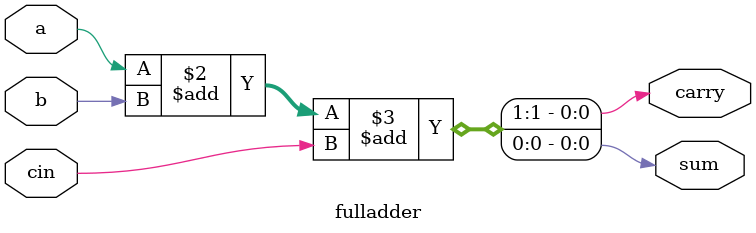
<source format=v>
/*
Problem Statement: Now that you know how to build a full adder, make 3 instances of it to create a 3-bit binary ripple-carry adder. 
                     The adder adds two 3-bit numbers and a carry-in to produce a 3-bit sum and carry out.
                     To encourage you to actually instantiate full adders, also output the carry-out from each full adder in the ripple-carry adder.
                     cout[2] is the final carry-out from the last full adder, and is the carry-out you usually see.
*/

//Solution:

module top_module( 
    input [2:0] a, b,
    input cin,
    output wire [2:0] cout,
    output [2:0] sum );
 
   	genvar i;
    fulladder U1(a[0],b[0],cin,sum[0],cout[0]);
    generate
        for(i=1;i<2;i=i+1)
            begin:gen
                fulladder Ui(a[i],b[i],cout[i-1],sum[i],cout[i]);
            end: gen
    endgenerate
    
    fulladder U3(a[2],b[2],cout[1],sum[2],cout[2]);
    
endmodule
    
    module fulladder(
		input a,b,cin,
        output sum,carry
    );
        
    always 
        begin
            {carry,sum}=a+b+cin;
        end
    endmodule


</source>
